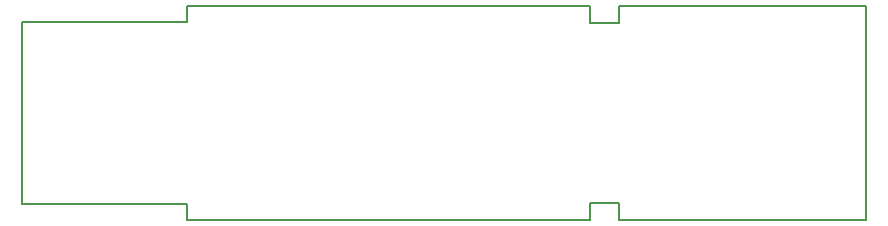
<source format=gbr>
G04 DipTrace 4.3.0.3*
G04 BoardOutline.gbr*
%MOIN*%
G04 #@! TF.FileFunction,Profile*
G04 #@! TF.Part,Single*
%ADD12C,0.005512*%
%FSLAX26Y26*%
G04*
G70*
G90*
G75*
G01*
G04 BoardOutline*
%LPD*%
X393701Y447274D2*
D12*
Y1052629D1*
X943996D1*
Y1106201D1*
X2287747D1*
Y1049951D1*
X2384621D1*
Y1106201D1*
X3208661Y1106211D1*
Y393701D1*
X2384621D1*
Y449951D1*
X2287747D1*
X2287745Y393701D1*
X943996D1*
Y447274D1*
X393701D1*
M02*

</source>
